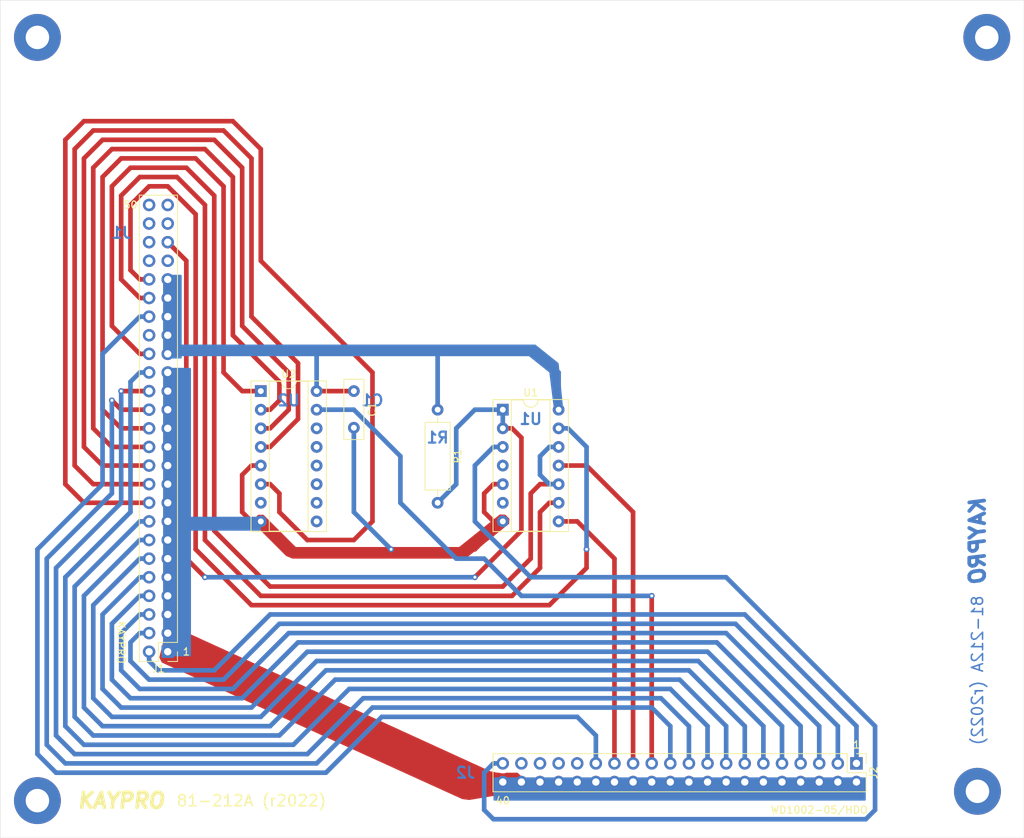
<source format=kicad_pcb>
(kicad_pcb (version 20171130) (host pcbnew 5.1.5+dfsg1-2build2)

  (general
    (thickness 1.6)
    (drawings 20)
    (tracks 326)
    (zones 0)
    (modules 10)
    (nets 49)
  )

  (page A4)
  (layers
    (0 F.Cu signal)
    (31 B.Cu signal)
    (32 B.Adhes user)
    (33 F.Adhes user)
    (34 B.Paste user)
    (35 F.Paste user)
    (36 B.SilkS user)
    (37 F.SilkS user)
    (38 B.Mask user)
    (39 F.Mask user)
    (40 Dwgs.User user)
    (41 Cmts.User user)
    (42 Eco1.User user)
    (43 Eco2.User user)
    (44 Edge.Cuts user)
    (45 Margin user)
    (46 B.CrtYd user)
    (47 F.CrtYd user)
    (48 B.Fab user)
    (49 F.Fab user)
  )

  (setup
    (last_trace_width 0.25)
    (trace_clearance 0.2)
    (zone_clearance 0.508)
    (zone_45_only no)
    (trace_min 0.2)
    (via_size 0.8)
    (via_drill 0.4)
    (via_min_size 0.4)
    (via_min_drill 0.3)
    (uvia_size 0.3)
    (uvia_drill 0.1)
    (uvias_allowed no)
    (uvia_min_size 0.2)
    (uvia_min_drill 0.1)
    (edge_width 0.05)
    (segment_width 0.2)
    (pcb_text_width 0.3)
    (pcb_text_size 1.5 1.5)
    (mod_edge_width 0.12)
    (mod_text_size 1 1)
    (mod_text_width 0.15)
    (pad_size 6.4 6.4)
    (pad_drill 3.200001)
    (pad_to_mask_clearance 0.051)
    (solder_mask_min_width 0.25)
    (aux_axis_origin 0 0)
    (grid_origin 64.77 152.4)
    (visible_elements FFFFF77F)
    (pcbplotparams
      (layerselection 0x010fc_ffffffff)
      (usegerberextensions false)
      (usegerberattributes false)
      (usegerberadvancedattributes false)
      (creategerberjobfile false)
      (excludeedgelayer true)
      (linewidth 0.100000)
      (plotframeref false)
      (viasonmask false)
      (mode 1)
      (useauxorigin false)
      (hpglpennumber 1)
      (hpglpenspeed 20)
      (hpglpendiameter 15.000000)
      (psnegative false)
      (psa4output false)
      (plotreference true)
      (plotvalue true)
      (plotinvisibletext false)
      (padsonsilk false)
      (subtractmaskfromsilk false)
      (outputformat 4)
      (mirror false)
      (drillshape 0)
      (scaleselection 1)
      (outputdirectory ""))
  )

  (net 0 "")
  (net 1 GND)
  (net 2 VCC)
  (net 3 "Net-(J1-Pad50)")
  (net 4 /4MHz)
  (net 5 "Net-(J1-Pad48)")
  (net 6 "Net-(J1-Pad47)")
  (net 7 /IEO)
  (net 8 /-HDRST)
  (net 9 /INT)
  (net 10 /-RESET)
  (net 11 /WR)
  (net 12 /RD)
  (net 13 /-WAIT)
  (net 14 /-M1)
  (net 15 /IORQ)
  (net 16 /BA0)
  (net 17 /BA1)
  (net 18 /BA2)
  (net 19 /BA3)
  (net 20 /BA4)
  (net 21 /BA5)
  (net 22 /BA6)
  (net 23 /BA7)
  (net 24 /BD7)
  (net 25 /BD6)
  (net 26 /BD5)
  (net 27 /BD4)
  (net 28 /BD3)
  (net 29 /BD2)
  (net 30 /BD1)
  (net 31 /BD0)
  (net 32 /-MR)
  (net 33 /DRQ)
  (net 34 /INTRQ)
  (net 35 "Net-(J2-Pad33)")
  (net 36 "Net-(J2-Pad31)")
  (net 37 /-RE)
  (net 38 /-WE)
  (net 39 /-CS)
  (net 40 "Net-(U1-Pad6)")
  (net 41 "Net-(U1-Pad4)")
  (net 42 "Net-(U2-Pad7)")
  (net 43 "Net-(U2-Pad14)")
  (net 44 "Net-(U2-Pad13)")
  (net 45 "Net-(U2-Pad12)")
  (net 46 "Net-(U2-Pad11)")
  (net 47 "Net-(U2-Pad10)")
  (net 48 "Net-(U2-Pad9)")

  (net_class Default "This is the default net class."
    (clearance 0.2)
    (trace_width 0.25)
    (via_dia 0.8)
    (via_drill 0.4)
    (uvia_dia 0.3)
    (uvia_drill 0.1)
    (add_net /-CS)
    (add_net /-HDRST)
    (add_net /-M1)
    (add_net /-MR)
    (add_net /-RE)
    (add_net /-RESET)
    (add_net /-WAIT)
    (add_net /-WE)
    (add_net /4MHz)
    (add_net /BA0)
    (add_net /BA1)
    (add_net /BA2)
    (add_net /BA3)
    (add_net /BA4)
    (add_net /BA5)
    (add_net /BA6)
    (add_net /BA7)
    (add_net /BD0)
    (add_net /BD1)
    (add_net /BD2)
    (add_net /BD3)
    (add_net /BD4)
    (add_net /BD5)
    (add_net /BD6)
    (add_net /BD7)
    (add_net /DRQ)
    (add_net /IEO)
    (add_net /INT)
    (add_net /INTRQ)
    (add_net /IORQ)
    (add_net /RD)
    (add_net /WR)
    (add_net GND)
    (add_net "Net-(J1-Pad47)")
    (add_net "Net-(J1-Pad48)")
    (add_net "Net-(J1-Pad50)")
    (add_net "Net-(J2-Pad31)")
    (add_net "Net-(J2-Pad33)")
    (add_net "Net-(U1-Pad4)")
    (add_net "Net-(U1-Pad6)")
    (add_net "Net-(U2-Pad10)")
    (add_net "Net-(U2-Pad11)")
    (add_net "Net-(U2-Pad12)")
    (add_net "Net-(U2-Pad13)")
    (add_net "Net-(U2-Pad14)")
    (add_net "Net-(U2-Pad7)")
    (add_net "Net-(U2-Pad9)")
    (add_net VCC)
  )

  (module MountingHole:MountingHole_3.2mm_M3_Pad (layer F.Cu) (tedit 6233D485) (tstamp 62341760)
    (at 198.12 146.05)
    (descr "Mounting Hole 3.2mm, M3")
    (tags "mounting hole 3.2mm m3")
    (attr virtual)
    (fp_text reference " " (at 0 -4.2) (layer F.SilkS)
      (effects (font (size 1 1) (thickness 0.15)))
    )
    (fp_text value " " (at 0 4.2) (layer F.Fab)
      (effects (font (size 1 1) (thickness 0.15)))
    )
    (fp_circle (center 0 0) (end 3.45 0) (layer F.CrtYd) (width 0.05))
    (fp_circle (center 0 0) (end 3.2 0) (layer Cmts.User) (width 0.15))
    (fp_text user %R (at 0.3 0) (layer F.Fab)
      (effects (font (size 1 1) (thickness 0.15)))
    )
    (pad " " thru_hole circle (at 0 0) (size 6.4 6.4) (drill 3.200001) (layers *.Cu *.Mask))
  )

  (module MountingHole:MountingHole_3.2mm_M3_Pad (layer F.Cu) (tedit 6233D448) (tstamp 6234174A)
    (at 69.85 147.32)
    (descr "Mounting Hole 3.2mm, M3")
    (tags "mounting hole 3.2mm m3")
    (attr virtual)
    (fp_text reference " " (at 0 -4.2) (layer F.SilkS)
      (effects (font (size 1 1) (thickness 0.15)))
    )
    (fp_text value " " (at 0 4.2) (layer F.Fab)
      (effects (font (size 1 1) (thickness 0.15)))
    )
    (fp_circle (center 0 0) (end 3.45 0) (layer F.CrtYd) (width 0.05))
    (fp_circle (center 0 0) (end 3.2 0) (layer Cmts.User) (width 0.15))
    (fp_text user %R (at 0.3 0) (layer F.Fab)
      (effects (font (size 1 1) (thickness 0.15)))
    )
    (pad " " thru_hole circle (at 0 0) (size 6.4 6.4) (drill 3.200001) (layers *.Cu *.Mask))
  )

  (module MountingHole:MountingHole_3.2mm_M3_Pad (layer F.Cu) (tedit 6233D4BF) (tstamp 62341734)
    (at 69.85 43.18)
    (descr "Mounting Hole 3.2mm, M3")
    (tags "mounting hole 3.2mm m3")
    (attr virtual)
    (fp_text reference " " (at 0 -4.2) (layer F.SilkS)
      (effects (font (size 1 1) (thickness 0.15)))
    )
    (fp_text value " " (at 0 4.2) (layer F.Fab)
      (effects (font (size 1 1) (thickness 0.15)))
    )
    (fp_circle (center 0 0) (end 3.45 0) (layer F.CrtYd) (width 0.05))
    (fp_circle (center 0 0) (end 3.2 0) (layer Cmts.User) (width 0.15))
    (fp_text user %R (at 0.3 0) (layer F.Fab)
      (effects (font (size 1 1) (thickness 0.15)))
    )
    (pad " " thru_hole circle (at 0 0) (size 6.4 6.4) (drill 3.200001) (layers *.Cu *.Mask))
  )

  (module MountingHole:MountingHole_3.2mm_M3_Pad (layer F.Cu) (tedit 6233D4A2) (tstamp 6234171E)
    (at 199.39 43.18)
    (descr "Mounting Hole 3.2mm, M3")
    (tags "mounting hole 3.2mm m3")
    (attr virtual)
    (fp_text reference " " (at 0 -4.2) (layer F.SilkS)
      (effects (font (size 1 1) (thickness 0.15)))
    )
    (fp_text value " " (at 0 4.2) (layer F.Fab)
      (effects (font (size 1 1) (thickness 0.15)))
    )
    (fp_circle (center 0 0) (end 3.45 0) (layer F.CrtYd) (width 0.05))
    (fp_circle (center 0 0) (end 3.2 0) (layer Cmts.User) (width 0.15))
    (fp_text user %R (at 0.3 0) (layer F.Fab)
      (effects (font (size 1 1) (thickness 0.15)))
    )
    (pad " " thru_hole circle (at 0 0) (size 6.4 6.4) (drill 3.200001) (layers *.Cu *.Mask))
  )

  (module Connector_PinHeader_2.54mm:PinHeader_2x20_P2.54mm_Vertical (layer F.Cu) (tedit 59FED5CC) (tstamp 62340E7A)
    (at 181.61 142.24 270)
    (descr "Through hole straight pin header, 2x20, 2.54mm pitch, double rows")
    (tags "Through hole pin header THT 2x20 2.54mm double row")
    (path /6232D110)
    (fp_text reference J2 (at 1.27 -2.33 90) (layer F.SilkS)
      (effects (font (size 1 1) (thickness 0.15)))
    )
    (fp_text value WD1002 (at 1.27 50.59 90) (layer F.Fab)
      (effects (font (size 1 1) (thickness 0.15)))
    )
    (fp_text user %R (at 1.27 24.13) (layer F.Fab)
      (effects (font (size 1 1) (thickness 0.15)))
    )
    (fp_line (start 4.35 -1.8) (end -1.8 -1.8) (layer F.CrtYd) (width 0.05))
    (fp_line (start 4.35 50.05) (end 4.35 -1.8) (layer F.CrtYd) (width 0.05))
    (fp_line (start -1.8 50.05) (end 4.35 50.05) (layer F.CrtYd) (width 0.05))
    (fp_line (start -1.8 -1.8) (end -1.8 50.05) (layer F.CrtYd) (width 0.05))
    (fp_line (start -1.33 -1.33) (end 0 -1.33) (layer F.SilkS) (width 0.12))
    (fp_line (start -1.33 0) (end -1.33 -1.33) (layer F.SilkS) (width 0.12))
    (fp_line (start 1.27 -1.33) (end 3.87 -1.33) (layer F.SilkS) (width 0.12))
    (fp_line (start 1.27 1.27) (end 1.27 -1.33) (layer F.SilkS) (width 0.12))
    (fp_line (start -1.33 1.27) (end 1.27 1.27) (layer F.SilkS) (width 0.12))
    (fp_line (start 3.87 -1.33) (end 3.87 49.59) (layer F.SilkS) (width 0.12))
    (fp_line (start -1.33 1.27) (end -1.33 49.59) (layer F.SilkS) (width 0.12))
    (fp_line (start -1.33 49.59) (end 3.87 49.59) (layer F.SilkS) (width 0.12))
    (fp_line (start -1.27 0) (end 0 -1.27) (layer F.Fab) (width 0.1))
    (fp_line (start -1.27 49.53) (end -1.27 0) (layer F.Fab) (width 0.1))
    (fp_line (start 3.81 49.53) (end -1.27 49.53) (layer F.Fab) (width 0.1))
    (fp_line (start 3.81 -1.27) (end 3.81 49.53) (layer F.Fab) (width 0.1))
    (fp_line (start 0 -1.27) (end 3.81 -1.27) (layer F.Fab) (width 0.1))
    (pad 40 thru_hole oval (at 2.54 48.26 270) (size 1.7 1.7) (drill 1) (layers *.Cu *.Mask)
      (net 1 GND))
    (pad 39 thru_hole oval (at 0 48.26 270) (size 1.7 1.7) (drill 1) (layers *.Cu *.Mask)
      (net 32 /-MR))
    (pad 38 thru_hole oval (at 2.54 45.72 270) (size 1.7 1.7) (drill 1) (layers *.Cu *.Mask)
      (net 1 GND))
    (pad 37 thru_hole oval (at 0 45.72 270) (size 1.7 1.7) (drill 1) (layers *.Cu *.Mask)
      (net 33 /DRQ))
    (pad 36 thru_hole oval (at 2.54 43.18 270) (size 1.7 1.7) (drill 1) (layers *.Cu *.Mask)
      (net 1 GND))
    (pad 35 thru_hole oval (at 0 43.18 270) (size 1.7 1.7) (drill 1) (layers *.Cu *.Mask)
      (net 34 /INTRQ))
    (pad 34 thru_hole oval (at 2.54 40.64 270) (size 1.7 1.7) (drill 1) (layers *.Cu *.Mask)
      (net 1 GND))
    (pad 33 thru_hole oval (at 0 40.64 270) (size 1.7 1.7) (drill 1) (layers *.Cu *.Mask)
      (net 35 "Net-(J2-Pad33)"))
    (pad 32 thru_hole oval (at 2.54 38.1 270) (size 1.7 1.7) (drill 1) (layers *.Cu *.Mask)
      (net 1 GND))
    (pad 31 thru_hole oval (at 0 38.1 270) (size 1.7 1.7) (drill 1) (layers *.Cu *.Mask)
      (net 36 "Net-(J2-Pad31)"))
    (pad 30 thru_hole oval (at 2.54 35.56 270) (size 1.7 1.7) (drill 1) (layers *.Cu *.Mask)
      (net 1 GND))
    (pad 29 thru_hole oval (at 0 35.56 270) (size 1.7 1.7) (drill 1) (layers *.Cu *.Mask)
      (net 13 /-WAIT))
    (pad 28 thru_hole oval (at 2.54 33.02 270) (size 1.7 1.7) (drill 1) (layers *.Cu *.Mask)
      (net 1 GND))
    (pad 27 thru_hole oval (at 0 33.02 270) (size 1.7 1.7) (drill 1) (layers *.Cu *.Mask)
      (net 37 /-RE))
    (pad 26 thru_hole oval (at 2.54 30.48 270) (size 1.7 1.7) (drill 1) (layers *.Cu *.Mask)
      (net 1 GND))
    (pad 25 thru_hole oval (at 0 30.48 270) (size 1.7 1.7) (drill 1) (layers *.Cu *.Mask)
      (net 38 /-WE))
    (pad 24 thru_hole oval (at 2.54 27.94 270) (size 1.7 1.7) (drill 1) (layers *.Cu *.Mask)
      (net 1 GND))
    (pad 23 thru_hole oval (at 0 27.94 270) (size 1.7 1.7) (drill 1) (layers *.Cu *.Mask)
      (net 39 /-CS))
    (pad 22 thru_hole oval (at 2.54 25.4 270) (size 1.7 1.7) (drill 1) (layers *.Cu *.Mask)
      (net 1 GND))
    (pad 21 thru_hole oval (at 0 25.4 270) (size 1.7 1.7) (drill 1) (layers *.Cu *.Mask)
      (net 18 /BA2))
    (pad 20 thru_hole oval (at 2.54 22.86 270) (size 1.7 1.7) (drill 1) (layers *.Cu *.Mask)
      (net 1 GND))
    (pad 19 thru_hole oval (at 0 22.86 270) (size 1.7 1.7) (drill 1) (layers *.Cu *.Mask)
      (net 17 /BA1))
    (pad 18 thru_hole oval (at 2.54 20.32 270) (size 1.7 1.7) (drill 1) (layers *.Cu *.Mask)
      (net 1 GND))
    (pad 17 thru_hole oval (at 0 20.32 270) (size 1.7 1.7) (drill 1) (layers *.Cu *.Mask)
      (net 16 /BA0))
    (pad 16 thru_hole oval (at 2.54 17.78 270) (size 1.7 1.7) (drill 1) (layers *.Cu *.Mask)
      (net 1 GND))
    (pad 15 thru_hole oval (at 0 17.78 270) (size 1.7 1.7) (drill 1) (layers *.Cu *.Mask)
      (net 24 /BD7))
    (pad 14 thru_hole oval (at 2.54 15.24 270) (size 1.7 1.7) (drill 1) (layers *.Cu *.Mask)
      (net 1 GND))
    (pad 13 thru_hole oval (at 0 15.24 270) (size 1.7 1.7) (drill 1) (layers *.Cu *.Mask)
      (net 25 /BD6))
    (pad 12 thru_hole oval (at 2.54 12.7 270) (size 1.7 1.7) (drill 1) (layers *.Cu *.Mask)
      (net 1 GND))
    (pad 11 thru_hole oval (at 0 12.7 270) (size 1.7 1.7) (drill 1) (layers *.Cu *.Mask)
      (net 26 /BD5))
    (pad 10 thru_hole oval (at 2.54 10.16 270) (size 1.7 1.7) (drill 1) (layers *.Cu *.Mask)
      (net 1 GND))
    (pad 9 thru_hole oval (at 0 10.16 270) (size 1.7 1.7) (drill 1) (layers *.Cu *.Mask)
      (net 27 /BD4))
    (pad 8 thru_hole oval (at 2.54 7.62 270) (size 1.7 1.7) (drill 1) (layers *.Cu *.Mask)
      (net 1 GND))
    (pad 7 thru_hole oval (at 0 7.62 270) (size 1.7 1.7) (drill 1) (layers *.Cu *.Mask)
      (net 28 /BD3))
    (pad 6 thru_hole oval (at 2.54 5.08 270) (size 1.7 1.7) (drill 1) (layers *.Cu *.Mask)
      (net 1 GND))
    (pad 5 thru_hole oval (at 0 5.08 270) (size 1.7 1.7) (drill 1) (layers *.Cu *.Mask)
      (net 29 /BD2))
    (pad 4 thru_hole oval (at 2.54 2.54 270) (size 1.7 1.7) (drill 1) (layers *.Cu *.Mask)
      (net 1 GND))
    (pad 3 thru_hole oval (at 0 2.54 270) (size 1.7 1.7) (drill 1) (layers *.Cu *.Mask)
      (net 30 /BD1))
    (pad 2 thru_hole oval (at 2.54 0 270) (size 1.7 1.7) (drill 1) (layers *.Cu *.Mask)
      (net 1 GND))
    (pad 1 thru_hole rect (at 0 0 270) (size 1.7 1.7) (drill 1) (layers *.Cu *.Mask)
      (net 31 /BD0))
    (model ${KISYS3DMOD}/Connector_PinHeader_2.54mm.3dshapes/PinHeader_2x20_P2.54mm_Vertical.wrl
      (at (xyz 0 0 0))
      (scale (xyz 1 1 1))
      (rotate (xyz 0 0 0))
    )
  )

  (module Resistor_THT:R_Axial_DIN0309_L9.0mm_D3.2mm_P12.70mm_Horizontal (layer F.Cu) (tedit 5AE5139B) (tstamp 62341554)
    (at 124.46 93.98 270)
    (descr "Resistor, Axial_DIN0309 series, Axial, Horizontal, pin pitch=12.7mm, 0.5W = 1/2W, length*diameter=9*3.2mm^2, http://cdn-reichelt.de/documents/datenblatt/B400/1_4W%23YAG.pdf")
    (tags "Resistor Axial_DIN0309 series Axial Horizontal pin pitch 12.7mm 0.5W = 1/2W length 9mm diameter 3.2mm")
    (path /62368BA9)
    (fp_text reference R1 (at 6.35 -2.72 90) (layer F.SilkS)
      (effects (font (size 1 1) (thickness 0.15)))
    )
    (fp_text value 1K (at 6.35 2.72 90) (layer F.Fab)
      (effects (font (size 1 1) (thickness 0.15)))
    )
    (fp_text user %R (at 6.35 0 90) (layer F.Fab)
      (effects (font (size 1 1) (thickness 0.15)))
    )
    (fp_line (start 13.75 -1.85) (end -1.05 -1.85) (layer F.CrtYd) (width 0.05))
    (fp_line (start 13.75 1.85) (end 13.75 -1.85) (layer F.CrtYd) (width 0.05))
    (fp_line (start -1.05 1.85) (end 13.75 1.85) (layer F.CrtYd) (width 0.05))
    (fp_line (start -1.05 -1.85) (end -1.05 1.85) (layer F.CrtYd) (width 0.05))
    (fp_line (start 11.66 0) (end 10.97 0) (layer F.SilkS) (width 0.12))
    (fp_line (start 1.04 0) (end 1.73 0) (layer F.SilkS) (width 0.12))
    (fp_line (start 10.97 -1.72) (end 1.73 -1.72) (layer F.SilkS) (width 0.12))
    (fp_line (start 10.97 1.72) (end 10.97 -1.72) (layer F.SilkS) (width 0.12))
    (fp_line (start 1.73 1.72) (end 10.97 1.72) (layer F.SilkS) (width 0.12))
    (fp_line (start 1.73 -1.72) (end 1.73 1.72) (layer F.SilkS) (width 0.12))
    (fp_line (start 12.7 0) (end 10.85 0) (layer F.Fab) (width 0.1))
    (fp_line (start 0 0) (end 1.85 0) (layer F.Fab) (width 0.1))
    (fp_line (start 10.85 -1.6) (end 1.85 -1.6) (layer F.Fab) (width 0.1))
    (fp_line (start 10.85 1.6) (end 10.85 -1.6) (layer F.Fab) (width 0.1))
    (fp_line (start 1.85 1.6) (end 10.85 1.6) (layer F.Fab) (width 0.1))
    (fp_line (start 1.85 -1.6) (end 1.85 1.6) (layer F.Fab) (width 0.1))
    (pad 2 thru_hole oval (at 12.7 0 270) (size 1.6 1.6) (drill 0.8) (layers *.Cu *.Mask)
      (net 8 /-HDRST))
    (pad 1 thru_hole circle (at 0 0 270) (size 1.6 1.6) (drill 0.8) (layers *.Cu *.Mask)
      (net 2 VCC))
    (model ${KISYS3DMOD}/Resistor_THT.3dshapes/R_Axial_DIN0309_L9.0mm_D3.2mm_P12.70mm_Horizontal.wrl
      (at (xyz 0 0 0))
      (scale (xyz 1 1 1))
      (rotate (xyz 0 0 0))
    )
  )

  (module Capacitor_THT:C_Disc_D8.0mm_W2.5mm_P5.00mm (layer F.Cu) (tedit 5AE50EF0) (tstamp 6234142E)
    (at 113.03 91.44 270)
    (descr "C, Disc series, Radial, pin pitch=5.00mm, , diameter*width=8*2.5mm^2, Capacitor, http://cdn-reichelt.de/documents/datenblatt/B300/DS_KERKO_TC.pdf")
    (tags "C Disc series Radial pin pitch 5.00mm  diameter 8mm width 2.5mm Capacitor")
    (path /623629FC)
    (fp_text reference C1 (at 2.5 -2.5 270) (layer F.SilkS)
      (effects (font (size 1 1) (thickness 0.15)))
    )
    (fp_text value 0.1 (at 2.5 2.5 90) (layer F.Fab)
      (effects (font (size 1 1) (thickness 0.15)))
    )
    (fp_text user %R (at 2.5 0 90) (layer F.Fab)
      (effects (font (size 1 1) (thickness 0.15)))
    )
    (fp_line (start 6.75 -1.5) (end -1.75 -1.5) (layer F.CrtYd) (width 0.05))
    (fp_line (start 6.75 1.5) (end 6.75 -1.5) (layer F.CrtYd) (width 0.05))
    (fp_line (start -1.75 1.5) (end 6.75 1.5) (layer F.CrtYd) (width 0.05))
    (fp_line (start -1.75 -1.5) (end -1.75 1.5) (layer F.CrtYd) (width 0.05))
    (fp_line (start 6.62 -1.37) (end 6.62 1.37) (layer F.SilkS) (width 0.12))
    (fp_line (start -1.62 -1.37) (end -1.62 1.37) (layer F.SilkS) (width 0.12))
    (fp_line (start -1.62 1.37) (end 6.62 1.37) (layer F.SilkS) (width 0.12))
    (fp_line (start -1.62 -1.37) (end 6.62 -1.37) (layer F.SilkS) (width 0.12))
    (fp_line (start 6.5 -1.25) (end -1.5 -1.25) (layer F.Fab) (width 0.1))
    (fp_line (start 6.5 1.25) (end 6.5 -1.25) (layer F.Fab) (width 0.1))
    (fp_line (start -1.5 1.25) (end 6.5 1.25) (layer F.Fab) (width 0.1))
    (fp_line (start -1.5 -1.25) (end -1.5 1.25) (layer F.Fab) (width 0.1))
    (pad 2 thru_hole circle (at 5 0 270) (size 1.6 1.6) (drill 0.8) (layers *.Cu *.Mask)
      (net 1 GND))
    (pad 1 thru_hole circle (at 0 0 270) (size 1.6 1.6) (drill 0.8) (layers *.Cu *.Mask)
      (net 2 VCC))
    (model ${KISYS3DMOD}/Capacitor_THT.3dshapes/C_Disc_D8.0mm_W2.5mm_P5.00mm.wrl
      (at (xyz 0 0 0))
      (scale (xyz 1 1 1))
      (rotate (xyz 0 0 0))
    )
  )

  (module Package_DIP:DIP-14_W7.62mm_Socket (layer F.Cu) (tedit 5A02E8C5) (tstamp 62341143)
    (at 133.35 93.98)
    (descr "14-lead though-hole mounted DIP package, row spacing 7.62 mm (300 mils), Socket")
    (tags "THT DIP DIL PDIP 2.54mm 7.62mm 300mil Socket")
    (path /623300EC)
    (fp_text reference U1 (at 3.81 -2.33) (layer F.SilkS)
      (effects (font (size 1 1) (thickness 0.15)))
    )
    (fp_text value 74LS00 (at 3.81 17.57) (layer F.Fab)
      (effects (font (size 1 1) (thickness 0.15)))
    )
    (fp_text user %R (at 3.81 7.62) (layer F.Fab)
      (effects (font (size 1 1) (thickness 0.15)))
    )
    (fp_line (start 9.15 -1.6) (end -1.55 -1.6) (layer F.CrtYd) (width 0.05))
    (fp_line (start 9.15 16.85) (end 9.15 -1.6) (layer F.CrtYd) (width 0.05))
    (fp_line (start -1.55 16.85) (end 9.15 16.85) (layer F.CrtYd) (width 0.05))
    (fp_line (start -1.55 -1.6) (end -1.55 16.85) (layer F.CrtYd) (width 0.05))
    (fp_line (start 8.95 -1.39) (end -1.33 -1.39) (layer F.SilkS) (width 0.12))
    (fp_line (start 8.95 16.63) (end 8.95 -1.39) (layer F.SilkS) (width 0.12))
    (fp_line (start -1.33 16.63) (end 8.95 16.63) (layer F.SilkS) (width 0.12))
    (fp_line (start -1.33 -1.39) (end -1.33 16.63) (layer F.SilkS) (width 0.12))
    (fp_line (start 6.46 -1.33) (end 4.81 -1.33) (layer F.SilkS) (width 0.12))
    (fp_line (start 6.46 16.57) (end 6.46 -1.33) (layer F.SilkS) (width 0.12))
    (fp_line (start 1.16 16.57) (end 6.46 16.57) (layer F.SilkS) (width 0.12))
    (fp_line (start 1.16 -1.33) (end 1.16 16.57) (layer F.SilkS) (width 0.12))
    (fp_line (start 2.81 -1.33) (end 1.16 -1.33) (layer F.SilkS) (width 0.12))
    (fp_line (start 8.89 -1.33) (end -1.27 -1.33) (layer F.Fab) (width 0.1))
    (fp_line (start 8.89 16.57) (end 8.89 -1.33) (layer F.Fab) (width 0.1))
    (fp_line (start -1.27 16.57) (end 8.89 16.57) (layer F.Fab) (width 0.1))
    (fp_line (start -1.27 -1.33) (end -1.27 16.57) (layer F.Fab) (width 0.1))
    (fp_line (start 0.635 -0.27) (end 1.635 -1.27) (layer F.Fab) (width 0.1))
    (fp_line (start 0.635 16.51) (end 0.635 -0.27) (layer F.Fab) (width 0.1))
    (fp_line (start 6.985 16.51) (end 0.635 16.51) (layer F.Fab) (width 0.1))
    (fp_line (start 6.985 -1.27) (end 6.985 16.51) (layer F.Fab) (width 0.1))
    (fp_line (start 1.635 -1.27) (end 6.985 -1.27) (layer F.Fab) (width 0.1))
    (fp_arc (start 3.81 -1.33) (end 2.81 -1.33) (angle -180) (layer F.SilkS) (width 0.12))
    (pad 14 thru_hole oval (at 7.62 0) (size 1.6 1.6) (drill 0.8) (layers *.Cu *.Mask)
      (net 2 VCC))
    (pad 7 thru_hole oval (at 0 15.24) (size 1.6 1.6) (drill 0.8) (layers *.Cu *.Mask)
      (net 1 GND))
    (pad 13 thru_hole oval (at 7.62 2.54) (size 1.6 1.6) (drill 0.8) (layers *.Cu *.Mask)
      (net 11 /WR))
    (pad 6 thru_hole oval (at 0 12.7) (size 1.6 1.6) (drill 0.8) (layers *.Cu *.Mask)
      (net 40 "Net-(U1-Pad6)"))
    (pad 12 thru_hole oval (at 7.62 5.08) (size 1.6 1.6) (drill 0.8) (layers *.Cu *.Mask)
      (net 15 /IORQ))
    (pad 5 thru_hole oval (at 0 10.16) (size 1.6 1.6) (drill 0.8) (layers *.Cu *.Mask)
      (net 1 GND))
    (pad 11 thru_hole oval (at 7.62 7.62) (size 1.6 1.6) (drill 0.8) (layers *.Cu *.Mask)
      (net 38 /-WE))
    (pad 4 thru_hole oval (at 0 7.62) (size 1.6 1.6) (drill 0.8) (layers *.Cu *.Mask)
      (net 41 "Net-(U1-Pad4)"))
    (pad 10 thru_hole oval (at 7.62 10.16) (size 1.6 1.6) (drill 0.8) (layers *.Cu *.Mask)
      (net 15 /IORQ))
    (pad 3 thru_hole oval (at 0 5.08) (size 1.6 1.6) (drill 0.8) (layers *.Cu *.Mask)
      (net 32 /-MR))
    (pad 9 thru_hole oval (at 7.62 12.7) (size 1.6 1.6) (drill 0.8) (layers *.Cu *.Mask)
      (net 12 /RD))
    (pad 2 thru_hole oval (at 0 2.54) (size 1.6 1.6) (drill 0.8) (layers *.Cu *.Mask)
      (net 8 /-HDRST))
    (pad 8 thru_hole oval (at 7.62 15.24) (size 1.6 1.6) (drill 0.8) (layers *.Cu *.Mask)
      (net 37 /-RE))
    (pad 1 thru_hole rect (at 0 0) (size 1.6 1.6) (drill 0.8) (layers *.Cu *.Mask)
      (net 8 /-HDRST))
    (model ${KISYS3DMOD}/Package_DIP.3dshapes/DIP-14_W7.62mm_Socket.wrl
      (at (xyz 0 0 0))
      (scale (xyz 1 1 1))
      (rotate (xyz 0 0 0))
    )
  )

  (module Package_DIP:DIP-16_W7.62mm_Socket (layer F.Cu) (tedit 5A02E8C5) (tstamp 6234109B)
    (at 100.33 91.44)
    (descr "16-lead though-hole mounted DIP package, row spacing 7.62 mm (300 mils), Socket")
    (tags "THT DIP DIL PDIP 2.54mm 7.62mm 300mil Socket")
    (path /6232F6BD)
    (fp_text reference U2 (at 3.81 -2.33) (layer F.SilkS)
      (effects (font (size 1 1) (thickness 0.15)))
    )
    (fp_text value 74LS138 (at 3.81 20.11) (layer F.Fab)
      (effects (font (size 1 1) (thickness 0.15)))
    )
    (fp_text user %R (at 3.81 8.89) (layer F.Fab)
      (effects (font (size 1 1) (thickness 0.15)))
    )
    (fp_line (start 9.15 -1.6) (end -1.55 -1.6) (layer F.CrtYd) (width 0.05))
    (fp_line (start 9.15 19.4) (end 9.15 -1.6) (layer F.CrtYd) (width 0.05))
    (fp_line (start -1.55 19.4) (end 9.15 19.4) (layer F.CrtYd) (width 0.05))
    (fp_line (start -1.55 -1.6) (end -1.55 19.4) (layer F.CrtYd) (width 0.05))
    (fp_line (start 8.95 -1.39) (end -1.33 -1.39) (layer F.SilkS) (width 0.12))
    (fp_line (start 8.95 19.17) (end 8.95 -1.39) (layer F.SilkS) (width 0.12))
    (fp_line (start -1.33 19.17) (end 8.95 19.17) (layer F.SilkS) (width 0.12))
    (fp_line (start -1.33 -1.39) (end -1.33 19.17) (layer F.SilkS) (width 0.12))
    (fp_line (start 6.46 -1.33) (end 4.81 -1.33) (layer F.SilkS) (width 0.12))
    (fp_line (start 6.46 19.11) (end 6.46 -1.33) (layer F.SilkS) (width 0.12))
    (fp_line (start 1.16 19.11) (end 6.46 19.11) (layer F.SilkS) (width 0.12))
    (fp_line (start 1.16 -1.33) (end 1.16 19.11) (layer F.SilkS) (width 0.12))
    (fp_line (start 2.81 -1.33) (end 1.16 -1.33) (layer F.SilkS) (width 0.12))
    (fp_line (start 8.89 -1.33) (end -1.27 -1.33) (layer F.Fab) (width 0.1))
    (fp_line (start 8.89 19.11) (end 8.89 -1.33) (layer F.Fab) (width 0.1))
    (fp_line (start -1.27 19.11) (end 8.89 19.11) (layer F.Fab) (width 0.1))
    (fp_line (start -1.27 -1.33) (end -1.27 19.11) (layer F.Fab) (width 0.1))
    (fp_line (start 0.635 -0.27) (end 1.635 -1.27) (layer F.Fab) (width 0.1))
    (fp_line (start 0.635 19.05) (end 0.635 -0.27) (layer F.Fab) (width 0.1))
    (fp_line (start 6.985 19.05) (end 0.635 19.05) (layer F.Fab) (width 0.1))
    (fp_line (start 6.985 -1.27) (end 6.985 19.05) (layer F.Fab) (width 0.1))
    (fp_line (start 1.635 -1.27) (end 6.985 -1.27) (layer F.Fab) (width 0.1))
    (fp_arc (start 3.81 -1.33) (end 2.81 -1.33) (angle -180) (layer F.SilkS) (width 0.12))
    (pad 16 thru_hole oval (at 7.62 0) (size 1.6 1.6) (drill 0.8) (layers *.Cu *.Mask)
      (net 2 VCC))
    (pad 8 thru_hole oval (at 0 17.78) (size 1.6 1.6) (drill 0.8) (layers *.Cu *.Mask)
      (net 1 GND))
    (pad 15 thru_hole oval (at 7.62 2.54) (size 1.6 1.6) (drill 0.8) (layers *.Cu *.Mask)
      (net 39 /-CS))
    (pad 7 thru_hole oval (at 0 15.24) (size 1.6 1.6) (drill 0.8) (layers *.Cu *.Mask)
      (net 42 "Net-(U2-Pad7)"))
    (pad 14 thru_hole oval (at 7.62 5.08) (size 1.6 1.6) (drill 0.8) (layers *.Cu *.Mask)
      (net 43 "Net-(U2-Pad14)"))
    (pad 6 thru_hole oval (at 0 12.7) (size 1.6 1.6) (drill 0.8) (layers *.Cu *.Mask)
      (net 23 /BA7))
    (pad 13 thru_hole oval (at 7.62 7.62) (size 1.6 1.6) (drill 0.8) (layers *.Cu *.Mask)
      (net 44 "Net-(U2-Pad13)"))
    (pad 5 thru_hole oval (at 0 10.16) (size 1.6 1.6) (drill 0.8) (layers *.Cu *.Mask)
      (net 1 GND))
    (pad 12 thru_hole oval (at 7.62 10.16) (size 1.6 1.6) (drill 0.8) (layers *.Cu *.Mask)
      (net 45 "Net-(U2-Pad12)"))
    (pad 4 thru_hole oval (at 0 7.62) (size 1.6 1.6) (drill 0.8) (layers *.Cu *.Mask)
      (net 22 /BA6))
    (pad 11 thru_hole oval (at 7.62 12.7) (size 1.6 1.6) (drill 0.8) (layers *.Cu *.Mask)
      (net 46 "Net-(U2-Pad11)"))
    (pad 3 thru_hole oval (at 0 5.08) (size 1.6 1.6) (drill 0.8) (layers *.Cu *.Mask)
      (net 21 /BA5))
    (pad 10 thru_hole oval (at 7.62 15.24) (size 1.6 1.6) (drill 0.8) (layers *.Cu *.Mask)
      (net 47 "Net-(U2-Pad10)"))
    (pad 2 thru_hole oval (at 0 2.54) (size 1.6 1.6) (drill 0.8) (layers *.Cu *.Mask)
      (net 20 /BA4))
    (pad 9 thru_hole oval (at 7.62 17.78) (size 1.6 1.6) (drill 0.8) (layers *.Cu *.Mask)
      (net 48 "Net-(U2-Pad9)"))
    (pad 1 thru_hole rect (at 0 0) (size 1.6 1.6) (drill 0.8) (layers *.Cu *.Mask)
      (net 19 /BA3))
    (model ${KISYS3DMOD}/Package_DIP.3dshapes/DIP-16_W7.62mm_Socket.wrl
      (at (xyz 0 0 0))
      (scale (xyz 1 1 1))
      (rotate (xyz 0 0 0))
    )
  )

  (module Connector_PinHeader_2.54mm:PinHeader_2x25_P2.54mm_Vertical (layer F.Cu) (tedit 59FED5CC) (tstamp 623405C4)
    (at 87.63 127 180)
    (descr "Through hole straight pin header, 2x25, 2.54mm pitch, double rows")
    (tags "Through hole pin header THT 2x25 2.54mm double row")
    (path /62326275)
    (fp_text reference J1 (at 1.27 -2.33) (layer F.SilkS)
      (effects (font (size 1 1) (thickness 0.15)))
    )
    (fp_text value Kaypro (at 1.27 63.29) (layer F.Fab)
      (effects (font (size 1 1) (thickness 0.15)))
    )
    (fp_text user %R (at 1.27 30.48 90) (layer F.Fab)
      (effects (font (size 1 1) (thickness 0.15)))
    )
    (fp_line (start 4.35 -1.8) (end -1.8 -1.8) (layer F.CrtYd) (width 0.05))
    (fp_line (start 4.35 62.75) (end 4.35 -1.8) (layer F.CrtYd) (width 0.05))
    (fp_line (start -1.8 62.75) (end 4.35 62.75) (layer F.CrtYd) (width 0.05))
    (fp_line (start -1.8 -1.8) (end -1.8 62.75) (layer F.CrtYd) (width 0.05))
    (fp_line (start -1.33 -1.33) (end 0 -1.33) (layer F.SilkS) (width 0.12))
    (fp_line (start -1.33 0) (end -1.33 -1.33) (layer F.SilkS) (width 0.12))
    (fp_line (start 1.27 -1.33) (end 3.87 -1.33) (layer F.SilkS) (width 0.12))
    (fp_line (start 1.27 1.27) (end 1.27 -1.33) (layer F.SilkS) (width 0.12))
    (fp_line (start -1.33 1.27) (end 1.27 1.27) (layer F.SilkS) (width 0.12))
    (fp_line (start 3.87 -1.33) (end 3.87 62.29) (layer F.SilkS) (width 0.12))
    (fp_line (start -1.33 1.27) (end -1.33 62.29) (layer F.SilkS) (width 0.12))
    (fp_line (start -1.33 62.29) (end 3.87 62.29) (layer F.SilkS) (width 0.12))
    (fp_line (start -1.27 0) (end 0 -1.27) (layer F.Fab) (width 0.1))
    (fp_line (start -1.27 62.23) (end -1.27 0) (layer F.Fab) (width 0.1))
    (fp_line (start 3.81 62.23) (end -1.27 62.23) (layer F.Fab) (width 0.1))
    (fp_line (start 3.81 -1.27) (end 3.81 62.23) (layer F.Fab) (width 0.1))
    (fp_line (start 0 -1.27) (end 3.81 -1.27) (layer F.Fab) (width 0.1))
    (pad 50 thru_hole oval (at 2.54 60.96 180) (size 1.7 1.7) (drill 1) (layers *.Cu *.Mask)
      (net 3 "Net-(J1-Pad50)"))
    (pad 49 thru_hole oval (at 0 60.96 180) (size 1.7 1.7) (drill 1) (layers *.Cu *.Mask)
      (net 4 /4MHz))
    (pad 48 thru_hole oval (at 2.54 58.42 180) (size 1.7 1.7) (drill 1) (layers *.Cu *.Mask)
      (net 5 "Net-(J1-Pad48)"))
    (pad 47 thru_hole oval (at 0 58.42 180) (size 1.7 1.7) (drill 1) (layers *.Cu *.Mask)
      (net 6 "Net-(J1-Pad47)"))
    (pad 46 thru_hole oval (at 2.54 55.88 180) (size 1.7 1.7) (drill 1) (layers *.Cu *.Mask)
      (net 7 /IEO))
    (pad 45 thru_hole oval (at 0 55.88 180) (size 1.7 1.7) (drill 1) (layers *.Cu *.Mask)
      (net 8 /-HDRST))
    (pad 44 thru_hole oval (at 2.54 53.34 180) (size 1.7 1.7) (drill 1) (layers *.Cu *.Mask)
      (net 9 /INT))
    (pad 43 thru_hole oval (at 0 53.34 180) (size 1.7 1.7) (drill 1) (layers *.Cu *.Mask)
      (net 10 /-RESET))
    (pad 42 thru_hole oval (at 2.54 50.8 180) (size 1.7 1.7) (drill 1) (layers *.Cu *.Mask)
      (net 11 /WR))
    (pad 41 thru_hole oval (at 0 50.8 180) (size 1.7 1.7) (drill 1) (layers *.Cu *.Mask)
      (net 2 VCC))
    (pad 40 thru_hole oval (at 2.54 48.26 180) (size 1.7 1.7) (drill 1) (layers *.Cu *.Mask)
      (net 12 /RD))
    (pad 39 thru_hole oval (at 0 48.26 180) (size 1.7 1.7) (drill 1) (layers *.Cu *.Mask)
      (net 2 VCC))
    (pad 38 thru_hole oval (at 2.54 45.72 180) (size 1.7 1.7) (drill 1) (layers *.Cu *.Mask)
      (net 13 /-WAIT))
    (pad 37 thru_hole oval (at 0 45.72 180) (size 1.7 1.7) (drill 1) (layers *.Cu *.Mask)
      (net 2 VCC))
    (pad 36 thru_hole oval (at 2.54 43.18 180) (size 1.7 1.7) (drill 1) (layers *.Cu *.Mask)
      (net 14 /-M1))
    (pad 35 thru_hole oval (at 0 43.18 180) (size 1.7 1.7) (drill 1) (layers *.Cu *.Mask)
      (net 2 VCC))
    (pad 34 thru_hole oval (at 2.54 40.64 180) (size 1.7 1.7) (drill 1) (layers *.Cu *.Mask)
      (net 15 /IORQ))
    (pad 33 thru_hole oval (at 0 40.64 180) (size 1.7 1.7) (drill 1) (layers *.Cu *.Mask)
      (net 2 VCC))
    (pad 32 thru_hole oval (at 2.54 38.1 180) (size 1.7 1.7) (drill 1) (layers *.Cu *.Mask)
      (net 16 /BA0))
    (pad 31 thru_hole oval (at 0 38.1 180) (size 1.7 1.7) (drill 1) (layers *.Cu *.Mask)
      (net 1 GND))
    (pad 30 thru_hole oval (at 2.54 35.56 180) (size 1.7 1.7) (drill 1) (layers *.Cu *.Mask)
      (net 17 /BA1))
    (pad 29 thru_hole oval (at 0 35.56 180) (size 1.7 1.7) (drill 1) (layers *.Cu *.Mask)
      (net 1 GND))
    (pad 28 thru_hole oval (at 2.54 33.02 180) (size 1.7 1.7) (drill 1) (layers *.Cu *.Mask)
      (net 18 /BA2))
    (pad 27 thru_hole oval (at 0 33.02 180) (size 1.7 1.7) (drill 1) (layers *.Cu *.Mask)
      (net 1 GND))
    (pad 26 thru_hole oval (at 2.54 30.48 180) (size 1.7 1.7) (drill 1) (layers *.Cu *.Mask)
      (net 19 /BA3))
    (pad 25 thru_hole oval (at 0 30.48 180) (size 1.7 1.7) (drill 1) (layers *.Cu *.Mask)
      (net 1 GND))
    (pad 24 thru_hole oval (at 2.54 27.94 180) (size 1.7 1.7) (drill 1) (layers *.Cu *.Mask)
      (net 20 /BA4))
    (pad 23 thru_hole oval (at 0 27.94 180) (size 1.7 1.7) (drill 1) (layers *.Cu *.Mask)
      (net 1 GND))
    (pad 22 thru_hole oval (at 2.54 25.4 180) (size 1.7 1.7) (drill 1) (layers *.Cu *.Mask)
      (net 21 /BA5))
    (pad 21 thru_hole oval (at 0 25.4 180) (size 1.7 1.7) (drill 1) (layers *.Cu *.Mask)
      (net 1 GND))
    (pad 20 thru_hole oval (at 2.54 22.86 180) (size 1.7 1.7) (drill 1) (layers *.Cu *.Mask)
      (net 22 /BA6))
    (pad 19 thru_hole oval (at 0 22.86 180) (size 1.7 1.7) (drill 1) (layers *.Cu *.Mask)
      (net 1 GND))
    (pad 18 thru_hole oval (at 2.54 20.32 180) (size 1.7 1.7) (drill 1) (layers *.Cu *.Mask)
      (net 23 /BA7))
    (pad 17 thru_hole oval (at 0 20.32 180) (size 1.7 1.7) (drill 1) (layers *.Cu *.Mask)
      (net 1 GND))
    (pad 16 thru_hole oval (at 2.54 17.78 180) (size 1.7 1.7) (drill 1) (layers *.Cu *.Mask)
      (net 24 /BD7))
    (pad 15 thru_hole oval (at 0 17.78 180) (size 1.7 1.7) (drill 1) (layers *.Cu *.Mask)
      (net 1 GND))
    (pad 14 thru_hole oval (at 2.54 15.24 180) (size 1.7 1.7) (drill 1) (layers *.Cu *.Mask)
      (net 25 /BD6))
    (pad 13 thru_hole oval (at 0 15.24 180) (size 1.7 1.7) (drill 1) (layers *.Cu *.Mask)
      (net 1 GND))
    (pad 12 thru_hole oval (at 2.54 12.7 180) (size 1.7 1.7) (drill 1) (layers *.Cu *.Mask)
      (net 26 /BD5))
    (pad 11 thru_hole oval (at 0 12.7 180) (size 1.7 1.7) (drill 1) (layers *.Cu *.Mask)
      (net 1 GND))
    (pad 10 thru_hole oval (at 2.54 10.16 180) (size 1.7 1.7) (drill 1) (layers *.Cu *.Mask)
      (net 27 /BD4))
    (pad 9 thru_hole oval (at 0 10.16 180) (size 1.7 1.7) (drill 1) (layers *.Cu *.Mask)
      (net 1 GND))
    (pad 8 thru_hole oval (at 2.54 7.62 180) (size 1.7 1.7) (drill 1) (layers *.Cu *.Mask)
      (net 28 /BD3))
    (pad 7 thru_hole oval (at 0 7.62 180) (size 1.7 1.7) (drill 1) (layers *.Cu *.Mask)
      (net 1 GND))
    (pad 6 thru_hole oval (at 2.54 5.08 180) (size 1.7 1.7) (drill 1) (layers *.Cu *.Mask)
      (net 29 /BD2))
    (pad 5 thru_hole oval (at 0 5.08 180) (size 1.7 1.7) (drill 1) (layers *.Cu *.Mask)
      (net 1 GND))
    (pad 4 thru_hole oval (at 2.54 2.54 180) (size 1.7 1.7) (drill 1) (layers *.Cu *.Mask)
      (net 30 /BD1))
    (pad 3 thru_hole oval (at 0 2.54 180) (size 1.7 1.7) (drill 1) (layers *.Cu *.Mask)
      (net 1 GND))
    (pad 2 thru_hole oval (at 2.54 0 180) (size 1.7 1.7) (drill 1) (layers *.Cu *.Mask)
      (net 31 /BD0))
    (pad 1 thru_hole rect (at 0 0 180) (size 1.7 1.7) (drill 1) (layers *.Cu *.Mask)
      (net 1 GND))
    (model ${KISYS3DMOD}/Connector_PinHeader_2.54mm.3dshapes/PinHeader_2x25_P2.54mm_Vertical.wrl
      (at (xyz 0 0 0))
      (scale (xyz 1 1 1))
      (rotate (xyz 0 0 0))
    )
  )

  (gr_text 50 (at 82.55 66.04) (layer F.SilkS)
    (effects (font (size 1 1) (thickness 0.15)))
  )
  (gr_text 1 (at 90.17 127) (layer F.SilkS)
    (effects (font (size 1 1) (thickness 0.15)))
  )
  (gr_text 40 (at 133.35 147.32) (layer F.SilkS)
    (effects (font (size 1 1) (thickness 0.15)))
  )
  (gr_text 1 (at 181.61 139.7) (layer F.SilkS)
    (effects (font (size 1 1) (thickness 0.15)))
  )
  (gr_text J1 (at 81.28 69.85) (layer B.Cu)
    (effects (font (size 1.5 1.5) (thickness 0.3)) (justify mirror))
  )
  (gr_text J2 (at 128.27 143.51) (layer B.Cu)
    (effects (font (size 1.5 1.5) (thickness 0.3)) (justify mirror))
  )
  (gr_text C1 (at 115.57 92.71) (layer B.Cu)
    (effects (font (size 1.5 1.5) (thickness 0.3)) (justify mirror))
  )
  (gr_text U1 (at 137.16 95.25) (layer B.Cu)
    (effects (font (size 1.5 1.5) (thickness 0.3)) (justify mirror))
  )
  (gr_text R1 (at 124.46 97.79) (layer B.Cu)
    (effects (font (size 1.5 1.5) (thickness 0.3)) (justify mirror))
  )
  (gr_text U2 (at 104.14 92.71) (layer B.Cu)
    (effects (font (size 1.5 1.5) (thickness 0.3)) (justify mirror))
  )
  (gr_text KAYPRO (at 81.28 125.73 -90) (layer F.SilkS)
    (effects (font (size 1 1) (thickness 0.15)))
  )
  (gr_text WD1002-05/HDO (at 176.53 148.59) (layer F.SilkS)
    (effects (font (size 1 1) (thickness 0.15)))
  )
  (gr_text "81-212A (r2022)" (at 198.12 129.54 90) (layer B.Cu) (tstamp 62342BD7)
    (effects (font (size 1.524 1.524) (thickness 0.2032)) (justify mirror))
  )
  (gr_text KAYPRO (at 198.12 111.76 90) (layer B.Cu) (tstamp 62342BD4)
    (effects (font (size 2.032 2.032) (thickness 0.508) italic) (justify mirror))
  )
  (gr_text "81-212A (r2022)" (at 99.06 147.32) (layer F.SilkS)
    (effects (font (size 1.524 1.524) (thickness 0.2032)))
  )
  (gr_text KAYPRO (at 81.28 147.32) (layer F.SilkS)
    (effects (font (size 2.032 2.032) (thickness 0.508) italic))
  )
  (gr_line (start 64.77 152.4) (end 64.77 38.1) (layer Edge.Cuts) (width 0.05) (tstamp 6233AF49))
  (gr_line (start 204.47 152.4) (end 64.77 152.4) (layer Edge.Cuts) (width 0.05))
  (gr_line (start 204.47 38.1) (end 204.47 152.4) (layer Edge.Cuts) (width 0.05))
  (gr_line (start 64.77 38.1) (end 204.47 38.1) (layer Edge.Cuts) (width 0.05))

  (via (at 118.11 113.03) (size 0.8) (drill 0.4) (layers F.Cu B.Cu) (net 1))
  (segment (start 132.08 109.22) (end 133.35 109.22) (width 0.635) (layer F.Cu) (net 1))
  (segment (start 130.81 107.95) (end 132.08 109.22) (width 0.635) (layer F.Cu) (net 1))
  (segment (start 130.81 105.41) (end 130.81 107.95) (width 0.635) (layer F.Cu) (net 1))
  (segment (start 132.08 104.14) (end 130.81 105.41) (width 0.635) (layer F.Cu) (net 1))
  (segment (start 133.35 104.14) (end 132.08 104.14) (width 0.635) (layer F.Cu) (net 1))
  (segment (start 113.03 107.95) (end 118.11 113.03) (width 0.635) (layer B.Cu) (net 1))
  (segment (start 113.03 96.44) (end 113.03 107.95) (width 0.635) (layer B.Cu) (net 1))
  (segment (start 99.06 109.22) (end 100.33 109.22) (width 0.635) (layer F.Cu) (net 1))
  (segment (start 97.79 102.87) (end 97.79 107.95) (width 0.635) (layer F.Cu) (net 1))
  (segment (start 97.79 107.95) (end 99.06 109.22) (width 0.635) (layer F.Cu) (net 1))
  (segment (start 99.06 101.6) (end 97.79 102.87) (width 0.635) (layer F.Cu) (net 1))
  (segment (start 100.33 101.6) (end 99.06 101.6) (width 0.635) (layer F.Cu) (net 1))
  (segment (start 181.61 144.78) (end 179.07 144.78) (width 0.635) (layer B.Cu) (net 1))
  (segment (start 179.07 144.78) (end 176.53 144.78) (width 0.635) (layer B.Cu) (net 1))
  (segment (start 176.53 144.78) (end 173.99 144.78) (width 0.635) (layer B.Cu) (net 1))
  (segment (start 173.99 144.78) (end 171.45 144.78) (width 0.635) (layer B.Cu) (net 1))
  (segment (start 171.45 144.78) (end 168.91 144.78) (width 0.635) (layer B.Cu) (net 1))
  (segment (start 168.91 144.78) (end 166.37 144.78) (width 0.635) (layer B.Cu) (net 1))
  (segment (start 166.37 144.78) (end 163.83 144.78) (width 0.635) (layer B.Cu) (net 1))
  (segment (start 163.83 144.78) (end 161.29 144.78) (width 0.635) (layer B.Cu) (net 1))
  (segment (start 161.29 144.78) (end 158.75 144.78) (width 0.635) (layer B.Cu) (net 1))
  (segment (start 158.75 144.78) (end 156.21 144.78) (width 0.635) (layer B.Cu) (net 1))
  (segment (start 156.21 144.78) (end 153.67 144.78) (width 0.635) (layer B.Cu) (net 1))
  (segment (start 153.67 144.78) (end 151.13 144.78) (width 0.635) (layer B.Cu) (net 1))
  (segment (start 151.13 144.78) (end 148.59 144.78) (width 0.635) (layer B.Cu) (net 1))
  (segment (start 148.59 144.78) (end 146.05 144.78) (width 0.635) (layer B.Cu) (net 1))
  (segment (start 146.05 144.78) (end 143.51 144.78) (width 0.635) (layer B.Cu) (net 1))
  (segment (start 143.51 144.78) (end 140.97 144.78) (width 0.635) (layer B.Cu) (net 1))
  (segment (start 140.97 144.78) (end 138.43 144.78) (width 0.635) (layer B.Cu) (net 1))
  (segment (start 138.43 144.78) (end 135.89 144.78) (width 0.635) (layer B.Cu) (net 1))
  (segment (start 135.89 144.78) (end 133.35 144.78) (width 0.635) (layer B.Cu) (net 1))
  (segment (start 87.63 88.9) (end 87.63 91.44) (width 0.635) (layer B.Cu) (net 1))
  (segment (start 87.63 91.44) (end 87.63 93.98) (width 0.635) (layer B.Cu) (net 1))
  (segment (start 87.63 93.98) (end 87.63 96.52) (width 0.635) (layer B.Cu) (net 1))
  (segment (start 87.63 96.52) (end 87.63 99.06) (width 0.635) (layer B.Cu) (net 1))
  (segment (start 87.63 99.06) (end 87.63 101.6) (width 0.635) (layer B.Cu) (net 1))
  (segment (start 87.63 101.6) (end 87.63 104.14) (width 0.635) (layer B.Cu) (net 1))
  (segment (start 87.63 104.14) (end 87.63 106.68) (width 0.635) (layer B.Cu) (net 1))
  (segment (start 87.63 106.68) (end 87.63 109.22) (width 0.635) (layer B.Cu) (net 1))
  (segment (start 87.63 109.22) (end 87.63 111.76) (width 0.635) (layer B.Cu) (net 1))
  (segment (start 87.63 111.76) (end 87.63 114.3) (width 0.635) (layer B.Cu) (net 1))
  (segment (start 87.63 114.3) (end 87.63 116.84) (width 0.635) (layer B.Cu) (net 1))
  (segment (start 87.63 116.84) (end 87.63 119.38) (width 0.635) (layer B.Cu) (net 1))
  (segment (start 87.63 119.38) (end 87.63 121.92) (width 0.635) (layer B.Cu) (net 1))
  (segment (start 87.63 121.92) (end 87.63 124.46) (width 0.635) (layer B.Cu) (net 1))
  (segment (start 87.63 124.46) (end 87.63 127) (width 0.635) (layer B.Cu) (net 1))
  (segment (start 87.63 109.22) (end 100.33 109.22) (width 0.635) (layer B.Cu) (net 1))
  (segment (start 118.11 113.03) (end 129.54 113.03) (width 0.635) (layer F.Cu) (net 1))
  (segment (start 129.54 113.03) (end 133.35 109.22) (width 0.635) (layer F.Cu) (net 1))
  (segment (start 87.63 127) (end 88.9 127) (width 0.635) (layer F.Cu) (net 1))
  (segment (start 104.14 113.03) (end 119.38 113.03) (width 0.635) (layer F.Cu) (net 1))
  (segment (start 100.33 109.22) (end 104.14 113.03) (width 0.635) (layer F.Cu) (net 1))
  (segment (start 87.63 86.36) (end 87.63 83.82) (width 0.635) (layer B.Cu) (net 2))
  (segment (start 87.63 83.82) (end 87.63 81.28) (width 0.635) (layer B.Cu) (net 2))
  (segment (start 87.63 81.28) (end 87.63 78.74) (width 0.635) (layer B.Cu) (net 2))
  (segment (start 87.63 78.74) (end 87.63 76.2) (width 0.635) (layer B.Cu) (net 2))
  (segment (start 87.63 86.36) (end 138.43 86.36) (width 0.635) (layer B.Cu) (net 2))
  (segment (start 138.43 86.36) (end 140.97 88.9) (width 0.635) (layer B.Cu) (net 2))
  (segment (start 140.97 88.9) (end 140.97 93.98) (width 0.635) (layer B.Cu) (net 2))
  (segment (start 107.95 91.44) (end 107.95 86.36) (width 0.635) (layer B.Cu) (net 2))
  (segment (start 124.46 93.98) (end 124.46 86.36) (width 0.635) (layer B.Cu) (net 2))
  (segment (start 107.95 91.44) (end 113.03 91.44) (width 0.635) (layer F.Cu) (net 2))
  (via (at 92.71 116.84) (size 0.8) (drill 0.4) (layers F.Cu B.Cu) (net 8))
  (segment (start 133.35 93.98) (end 133.35 96.52) (width 0.635) (layer B.Cu) (net 8))
  (segment (start 133.35 93.98) (end 129.54 93.98) (width 0.635) (layer B.Cu) (net 8))
  (segment (start 129.54 93.98) (end 127 96.52) (width 0.635) (layer B.Cu) (net 8))
  (segment (start 127 104.14) (end 124.46 106.68) (width 0.635) (layer B.Cu) (net 8))
  (segment (start 127 96.52) (end 127 104.14) (width 0.635) (layer B.Cu) (net 8))
  (via (at 129.54 116.84) (size 0.8) (drill 0.4) (layers F.Cu B.Cu) (net 8))
  (segment (start 134.62 96.52) (end 133.35 96.52) (width 0.635) (layer F.Cu) (net 8))
  (segment (start 135.89 97.79) (end 134.62 96.52) (width 0.635) (layer F.Cu) (net 8))
  (segment (start 135.89 110.49) (end 135.89 97.79) (width 0.635) (layer F.Cu) (net 8))
  (segment (start 129.54 116.84) (end 135.89 110.49) (width 0.635) (layer F.Cu) (net 8))
  (segment (start 87.63 71.12) (end 90.17 73.66) (width 0.635) (layer F.Cu) (net 8))
  (segment (start 129.54 116.84) (end 92.71 116.84) (width 0.635) (layer B.Cu) (net 8))
  (segment (start 90.17 73.66) (end 90.17 114.3) (width 0.635) (layer F.Cu) (net 8))
  (segment (start 90.17 114.3) (end 92.71 116.84) (width 0.635) (layer F.Cu) (net 8))
  (segment (start 144.78 99.06) (end 144.78 113.03) (width 0.635) (layer B.Cu) (net 11))
  (segment (start 142.24 96.52) (end 144.78 99.06) (width 0.635) (layer B.Cu) (net 11))
  (segment (start 140.97 96.52) (end 142.24 96.52) (width 0.635) (layer B.Cu) (net 11))
  (segment (start 144.78 113.03) (end 144.78 113.03) (width 0.635) (layer B.Cu) (net 11) (tstamp 623416BD))
  (via (at 144.78 113.03) (size 0.8) (drill 0.4) (layers F.Cu B.Cu) (net 11))
  (segment (start 139.7 120.65) (end 144.78 115.57) (width 0.635) (layer F.Cu) (net 11))
  (segment (start 144.78 115.57) (end 144.78 113.03) (width 0.635) (layer F.Cu) (net 11))
  (segment (start 99.06 120.65) (end 139.7 120.65) (width 0.635) (layer F.Cu) (net 11))
  (segment (start 87.63 63.5) (end 91.44 67.31) (width 0.635) (layer F.Cu) (net 11))
  (segment (start 85.09 63.5) (end 87.63 63.5) (width 0.635) (layer F.Cu) (net 11))
  (segment (start 91.44 113.03) (end 99.06 120.65) (width 0.635) (layer F.Cu) (net 11))
  (segment (start 82.55 66.04) (end 85.09 63.5) (width 0.635) (layer F.Cu) (net 11))
  (segment (start 82.55 74.93) (end 82.55 66.04) (width 0.635) (layer F.Cu) (net 11))
  (segment (start 91.44 67.31) (end 91.44 113.03) (width 0.635) (layer F.Cu) (net 11))
  (segment (start 83.82 76.2) (end 82.55 74.93) (width 0.635) (layer F.Cu) (net 11))
  (segment (start 85.09 76.2) (end 83.82 76.2) (width 0.635) (layer F.Cu) (net 11))
  (segment (start 138.43 115.57) (end 138.43 107.95) (width 0.635) (layer F.Cu) (net 12))
  (segment (start 134.62 119.38) (end 138.43 115.57) (width 0.635) (layer F.Cu) (net 12))
  (segment (start 139.7 106.68) (end 140.97 106.68) (width 0.635) (layer F.Cu) (net 12))
  (segment (start 100.33 119.38) (end 134.62 119.38) (width 0.635) (layer F.Cu) (net 12))
  (segment (start 92.71 111.76) (end 100.33 119.38) (width 0.635) (layer F.Cu) (net 12))
  (segment (start 88.9 62.23) (end 92.71 66.04) (width 0.635) (layer F.Cu) (net 12))
  (segment (start 138.43 107.95) (end 139.7 106.68) (width 0.635) (layer F.Cu) (net 12))
  (segment (start 81.28 64.77) (end 83.82 62.23) (width 0.635) (layer F.Cu) (net 12))
  (segment (start 81.28 76.2) (end 81.28 64.77) (width 0.635) (layer F.Cu) (net 12))
  (segment (start 92.71 66.04) (end 92.71 111.76) (width 0.635) (layer F.Cu) (net 12))
  (segment (start 83.82 62.23) (end 88.9 62.23) (width 0.635) (layer F.Cu) (net 12))
  (segment (start 83.82 78.74) (end 81.28 76.2) (width 0.635) (layer F.Cu) (net 12))
  (segment (start 85.09 78.74) (end 83.82 78.74) (width 0.635) (layer F.Cu) (net 12))
  (segment (start 146.05 138.43) (end 146.05 142.24) (width 0.635) (layer B.Cu) (net 13))
  (segment (start 143.51 135.89) (end 146.05 138.43) (width 0.635) (layer B.Cu) (net 13))
  (segment (start 116.84 135.89) (end 143.51 135.89) (width 0.635) (layer B.Cu) (net 13))
  (segment (start 69.85 113.03) (end 69.85 140.97) (width 0.635) (layer B.Cu) (net 13))
  (segment (start 69.85 140.97) (end 72.39 143.51) (width 0.635) (layer B.Cu) (net 13))
  (segment (start 78.74 104.14) (end 69.85 113.03) (width 0.635) (layer B.Cu) (net 13))
  (segment (start 78.74 86.36) (end 78.74 104.14) (width 0.635) (layer B.Cu) (net 13))
  (segment (start 83.82 81.28) (end 78.74 86.36) (width 0.635) (layer B.Cu) (net 13))
  (segment (start 109.22 143.51) (end 116.84 135.89) (width 0.635) (layer B.Cu) (net 13))
  (segment (start 72.39 143.51) (end 109.22 143.51) (width 0.635) (layer B.Cu) (net 13))
  (segment (start 85.09 81.28) (end 83.82 81.28) (width 0.635) (layer B.Cu) (net 13))
  (segment (start 140.97 99.06) (end 139.7 99.06) (width 0.635) (layer B.Cu) (net 15))
  (segment (start 139.7 99.06) (end 138.43 100.33) (width 0.635) (layer B.Cu) (net 15))
  (segment (start 138.43 100.33) (end 138.43 102.87) (width 0.635) (layer B.Cu) (net 15))
  (segment (start 139.7 104.14) (end 140.97 104.14) (width 0.635) (layer B.Cu) (net 15))
  (segment (start 138.43 102.87) (end 139.7 104.14) (width 0.635) (layer B.Cu) (net 15))
  (segment (start 133.35 118.11) (end 137.16 114.3) (width 0.635) (layer F.Cu) (net 15))
  (segment (start 137.16 105.41) (end 138.43 104.14) (width 0.635) (layer F.Cu) (net 15))
  (segment (start 93.98 110.49) (end 101.6 118.11) (width 0.635) (layer F.Cu) (net 15))
  (segment (start 138.43 104.14) (end 140.97 104.14) (width 0.635) (layer F.Cu) (net 15))
  (segment (start 93.98 64.77) (end 93.98 110.49) (width 0.635) (layer F.Cu) (net 15))
  (segment (start 90.17 60.96) (end 93.98 64.77) (width 0.635) (layer F.Cu) (net 15))
  (segment (start 80.01 63.5) (end 82.55 60.96) (width 0.635) (layer F.Cu) (net 15))
  (segment (start 80.01 82.55) (end 80.01 63.5) (width 0.635) (layer F.Cu) (net 15))
  (segment (start 137.16 114.3) (end 137.16 105.41) (width 0.635) (layer F.Cu) (net 15))
  (segment (start 101.6 118.11) (end 133.35 118.11) (width 0.635) (layer F.Cu) (net 15))
  (segment (start 83.82 86.36) (end 80.01 82.55) (width 0.635) (layer F.Cu) (net 15))
  (segment (start 82.55 60.96) (end 90.17 60.96) (width 0.635) (layer F.Cu) (net 15))
  (segment (start 85.09 86.36) (end 83.82 86.36) (width 0.635) (layer F.Cu) (net 15))
  (segment (start 104.775 139.7) (end 112.395 132.08) (width 0.635) (layer B.Cu) (net 16))
  (segment (start 76.2 139.7) (end 104.775 139.7) (width 0.635) (layer B.Cu) (net 16))
  (segment (start 73.66 116.84) (end 73.66 137.16) (width 0.635) (layer B.Cu) (net 16))
  (segment (start 82.55 107.95) (end 73.66 116.84) (width 0.635) (layer B.Cu) (net 16))
  (segment (start 156.21 132.08) (end 161.29 137.16) (width 0.635) (layer B.Cu) (net 16))
  (segment (start 73.66 137.16) (end 76.2 139.7) (width 0.635) (layer B.Cu) (net 16))
  (segment (start 83.82 88.9) (end 82.55 90.17) (width 0.635) (layer B.Cu) (net 16))
  (segment (start 161.29 137.16) (end 161.29 142.24) (width 0.635) (layer B.Cu) (net 16))
  (segment (start 112.395 132.08) (end 156.21 132.08) (width 0.635) (layer B.Cu) (net 16))
  (segment (start 82.55 90.17) (end 82.55 107.95) (width 0.635) (layer B.Cu) (net 16))
  (segment (start 85.09 88.9) (end 83.82 88.9) (width 0.635) (layer B.Cu) (net 16))
  (segment (start 85.09 91.44) (end 81.28 91.44) (width 0.635) (layer F.Cu) (net 17))
  (via (at 81.28 91.44) (size 0.8) (drill 0.4) (layers F.Cu B.Cu) (net 17))
  (segment (start 154.94 133.35) (end 158.75 137.16) (width 0.635) (layer B.Cu) (net 17))
  (segment (start 114.3 133.35) (end 154.94 133.35) (width 0.635) (layer B.Cu) (net 17))
  (segment (start 158.75 137.16) (end 158.75 142.24) (width 0.635) (layer B.Cu) (net 17))
  (segment (start 74.93 140.97) (end 106.68 140.97) (width 0.635) (layer B.Cu) (net 17))
  (segment (start 72.39 138.43) (end 74.93 140.97) (width 0.635) (layer B.Cu) (net 17))
  (segment (start 106.68 140.97) (end 114.3 133.35) (width 0.635) (layer B.Cu) (net 17))
  (segment (start 72.39 115.57) (end 72.39 138.43) (width 0.635) (layer B.Cu) (net 17))
  (segment (start 81.28 106.68) (end 72.39 115.57) (width 0.635) (layer B.Cu) (net 17))
  (segment (start 81.28 91.44) (end 81.28 106.68) (width 0.635) (layer B.Cu) (net 17))
  (segment (start 81.28 93.98) (end 80.01 92.71) (width 0.635) (layer F.Cu) (net 18))
  (segment (start 85.09 93.98) (end 81.28 93.98) (width 0.635) (layer F.Cu) (net 18))
  (via (at 80.01 92.71) (size 0.8) (drill 0.4) (layers F.Cu B.Cu) (net 18))
  (segment (start 156.21 137.16) (end 156.21 142.24) (width 0.635) (layer B.Cu) (net 18))
  (segment (start 153.67 134.62) (end 156.21 137.16) (width 0.635) (layer B.Cu) (net 18))
  (segment (start 115.57 134.62) (end 153.67 134.62) (width 0.635) (layer B.Cu) (net 18))
  (segment (start 107.95 142.24) (end 115.57 134.62) (width 0.635) (layer B.Cu) (net 18))
  (segment (start 73.66 142.24) (end 107.95 142.24) (width 0.635) (layer B.Cu) (net 18))
  (segment (start 71.12 139.7) (end 73.66 142.24) (width 0.635) (layer B.Cu) (net 18))
  (segment (start 71.12 114.3) (end 71.12 139.7) (width 0.635) (layer B.Cu) (net 18))
  (segment (start 80.01 105.41) (end 71.12 114.3) (width 0.635) (layer B.Cu) (net 18))
  (segment (start 80.01 92.71) (end 80.01 105.41) (width 0.635) (layer B.Cu) (net 18))
  (segment (start 85.09 96.52) (end 81.28 96.52) (width 0.635) (layer F.Cu) (net 19))
  (segment (start 81.28 96.52) (end 78.74 93.98) (width 0.635) (layer F.Cu) (net 19))
  (segment (start 78.74 93.98) (end 78.74 62.23) (width 0.635) (layer F.Cu) (net 19))
  (segment (start 78.74 62.23) (end 81.28 59.69) (width 0.635) (layer F.Cu) (net 19))
  (segment (start 81.28 59.69) (end 91.44 59.69) (width 0.635) (layer F.Cu) (net 19))
  (segment (start 91.44 59.69) (end 95.25 63.5) (width 0.635) (layer F.Cu) (net 19))
  (segment (start 95.25 63.5) (end 95.25 88.9) (width 0.635) (layer F.Cu) (net 19))
  (segment (start 97.79 91.44) (end 100.33 91.44) (width 0.635) (layer F.Cu) (net 19))
  (segment (start 95.25 88.9) (end 97.79 91.44) (width 0.635) (layer F.Cu) (net 19))
  (segment (start 96.52 83.82) (end 102.87 90.17) (width 0.635) (layer F.Cu) (net 20))
  (segment (start 96.52 62.23) (end 96.52 83.82) (width 0.635) (layer F.Cu) (net 20))
  (segment (start 92.71 58.42) (end 96.52 62.23) (width 0.635) (layer F.Cu) (net 20))
  (segment (start 80.01 58.42) (end 92.71 58.42) (width 0.635) (layer F.Cu) (net 20))
  (segment (start 77.47 60.96) (end 80.01 58.42) (width 0.635) (layer F.Cu) (net 20))
  (segment (start 77.47 96.52) (end 77.47 60.96) (width 0.635) (layer F.Cu) (net 20))
  (segment (start 101.6 93.98) (end 100.33 93.98) (width 0.635) (layer F.Cu) (net 20))
  (segment (start 102.87 92.71) (end 101.6 93.98) (width 0.635) (layer F.Cu) (net 20))
  (segment (start 102.87 90.17) (end 102.87 92.71) (width 0.635) (layer F.Cu) (net 20))
  (segment (start 80.01 99.06) (end 77.47 96.52) (width 0.635) (layer F.Cu) (net 20))
  (segment (start 85.09 99.06) (end 80.01 99.06) (width 0.635) (layer F.Cu) (net 20))
  (segment (start 101.6 96.52) (end 100.33 96.52) (width 0.635) (layer F.Cu) (net 21))
  (segment (start 104.14 88.9) (end 104.14 93.98) (width 0.635) (layer F.Cu) (net 21))
  (segment (start 97.79 82.55) (end 104.14 88.9) (width 0.635) (layer F.Cu) (net 21))
  (segment (start 104.14 93.98) (end 101.6 96.52) (width 0.635) (layer F.Cu) (net 21))
  (segment (start 97.79 60.96) (end 97.79 82.55) (width 0.635) (layer F.Cu) (net 21))
  (segment (start 78.74 57.15) (end 93.98 57.15) (width 0.635) (layer F.Cu) (net 21))
  (segment (start 93.98 57.15) (end 97.79 60.96) (width 0.635) (layer F.Cu) (net 21))
  (segment (start 76.2 99.06) (end 76.2 59.69) (width 0.635) (layer F.Cu) (net 21))
  (segment (start 76.2 59.69) (end 78.74 57.15) (width 0.635) (layer F.Cu) (net 21))
  (segment (start 78.74 101.6) (end 76.2 99.06) (width 0.635) (layer F.Cu) (net 21))
  (segment (start 85.09 101.6) (end 78.74 101.6) (width 0.635) (layer F.Cu) (net 21))
  (segment (start 105.41 95.25) (end 101.6 99.06) (width 0.635) (layer F.Cu) (net 22))
  (segment (start 105.41 87.63) (end 105.41 95.25) (width 0.635) (layer F.Cu) (net 22))
  (segment (start 99.06 81.28) (end 105.41 87.63) (width 0.635) (layer F.Cu) (net 22))
  (segment (start 77.47 55.88) (end 95.25 55.88) (width 0.635) (layer F.Cu) (net 22))
  (segment (start 99.06 59.69) (end 99.06 81.28) (width 0.635) (layer F.Cu) (net 22))
  (segment (start 74.93 58.42) (end 77.47 55.88) (width 0.635) (layer F.Cu) (net 22))
  (segment (start 74.93 101.6) (end 74.93 58.42) (width 0.635) (layer F.Cu) (net 22))
  (segment (start 101.6 99.06) (end 100.33 99.06) (width 0.635) (layer F.Cu) (net 22))
  (segment (start 95.25 55.88) (end 99.06 59.69) (width 0.635) (layer F.Cu) (net 22))
  (segment (start 77.47 104.14) (end 74.93 101.6) (width 0.635) (layer F.Cu) (net 22))
  (segment (start 85.09 104.14) (end 77.47 104.14) (width 0.635) (layer F.Cu) (net 22))
  (segment (start 101.6 104.14) (end 100.33 104.14) (width 0.635) (layer F.Cu) (net 23))
  (segment (start 102.87 105.41) (end 101.6 104.14) (width 0.635) (layer F.Cu) (net 23))
  (segment (start 85.09 106.68) (end 76.2 106.68) (width 0.635) (layer F.Cu) (net 23))
  (segment (start 76.2 106.68) (end 73.66 104.14) (width 0.635) (layer F.Cu) (net 23))
  (segment (start 73.66 57.15) (end 76.2 54.61) (width 0.635) (layer F.Cu) (net 23))
  (segment (start 115.57 109.22) (end 113.03 111.76) (width 0.635) (layer F.Cu) (net 23))
  (segment (start 96.52 54.61) (end 100.33 58.42) (width 0.635) (layer F.Cu) (net 23))
  (segment (start 76.2 54.61) (end 96.52 54.61) (width 0.635) (layer F.Cu) (net 23))
  (segment (start 102.87 107.95) (end 102.87 105.41) (width 0.635) (layer F.Cu) (net 23))
  (segment (start 100.33 58.42) (end 100.33 73.66) (width 0.635) (layer F.Cu) (net 23))
  (segment (start 115.57 88.9) (end 115.57 109.22) (width 0.635) (layer F.Cu) (net 23))
  (segment (start 73.66 104.14) (end 73.66 57.15) (width 0.635) (layer F.Cu) (net 23))
  (segment (start 100.33 73.66) (end 115.57 88.9) (width 0.635) (layer F.Cu) (net 23))
  (segment (start 113.03 111.76) (end 106.68 111.76) (width 0.635) (layer F.Cu) (net 23))
  (segment (start 106.68 111.76) (end 102.87 107.95) (width 0.635) (layer F.Cu) (net 23))
  (segment (start 157.48 130.81) (end 163.83 137.16) (width 0.635) (layer B.Cu) (net 24))
  (segment (start 102.87 138.43) (end 110.49 130.81) (width 0.635) (layer B.Cu) (net 24))
  (segment (start 110.49 130.81) (end 157.48 130.81) (width 0.635) (layer B.Cu) (net 24))
  (segment (start 77.47 138.43) (end 102.87 138.43) (width 0.635) (layer B.Cu) (net 24))
  (segment (start 74.93 135.89) (end 77.47 138.43) (width 0.635) (layer B.Cu) (net 24))
  (segment (start 163.83 137.16) (end 163.83 142.24) (width 0.635) (layer B.Cu) (net 24))
  (segment (start 74.93 118.11) (end 74.93 135.89) (width 0.635) (layer B.Cu) (net 24))
  (segment (start 83.82 109.22) (end 74.93 118.11) (width 0.635) (layer B.Cu) (net 24))
  (segment (start 85.09 109.22) (end 83.82 109.22) (width 0.635) (layer B.Cu) (net 24))
  (segment (start 158.75 129.54) (end 166.37 137.16) (width 0.635) (layer B.Cu) (net 25))
  (segment (start 109.22 129.54) (end 158.75 129.54) (width 0.635) (layer B.Cu) (net 25))
  (segment (start 166.37 137.16) (end 166.37 142.24) (width 0.635) (layer B.Cu) (net 25))
  (segment (start 101.6 137.16) (end 109.22 129.54) (width 0.635) (layer B.Cu) (net 25))
  (segment (start 78.74 137.16) (end 101.6 137.16) (width 0.635) (layer B.Cu) (net 25))
  (segment (start 76.2 134.62) (end 78.74 137.16) (width 0.635) (layer B.Cu) (net 25))
  (segment (start 76.2 119.38) (end 76.2 134.62) (width 0.635) (layer B.Cu) (net 25))
  (segment (start 83.82 111.76) (end 76.2 119.38) (width 0.635) (layer B.Cu) (net 25))
  (segment (start 85.09 111.76) (end 83.82 111.76) (width 0.635) (layer B.Cu) (net 25))
  (segment (start 168.91 137.16) (end 168.91 142.24) (width 0.635) (layer B.Cu) (net 26))
  (segment (start 160.02 128.27) (end 168.91 137.16) (width 0.635) (layer B.Cu) (net 26))
  (segment (start 107.95 128.27) (end 160.02 128.27) (width 0.635) (layer B.Cu) (net 26))
  (segment (start 100.33 135.89) (end 107.95 128.27) (width 0.635) (layer B.Cu) (net 26))
  (segment (start 80.01 135.89) (end 100.33 135.89) (width 0.635) (layer B.Cu) (net 26))
  (segment (start 77.47 133.35) (end 80.01 135.89) (width 0.635) (layer B.Cu) (net 26))
  (segment (start 77.47 120.65) (end 77.47 133.35) (width 0.635) (layer B.Cu) (net 26))
  (segment (start 83.82 114.3) (end 77.47 120.65) (width 0.635) (layer B.Cu) (net 26))
  (segment (start 85.09 114.3) (end 83.82 114.3) (width 0.635) (layer B.Cu) (net 26))
  (segment (start 171.45 137.16) (end 171.45 142.24) (width 0.635) (layer B.Cu) (net 27))
  (segment (start 161.29 127) (end 171.45 137.16) (width 0.635) (layer B.Cu) (net 27))
  (segment (start 106.68 127) (end 161.29 127) (width 0.635) (layer B.Cu) (net 27))
  (segment (start 99.06 134.62) (end 106.68 127) (width 0.635) (layer B.Cu) (net 27))
  (segment (start 81.28 134.62) (end 99.06 134.62) (width 0.635) (layer B.Cu) (net 27))
  (segment (start 78.74 132.08) (end 81.28 134.62) (width 0.635) (layer B.Cu) (net 27))
  (segment (start 78.74 121.92) (end 78.74 132.08) (width 0.635) (layer B.Cu) (net 27))
  (segment (start 83.82 116.84) (end 78.74 121.92) (width 0.635) (layer B.Cu) (net 27))
  (segment (start 85.09 116.84) (end 83.82 116.84) (width 0.635) (layer B.Cu) (net 27))
  (segment (start 162.56 125.73) (end 173.99 137.16) (width 0.635) (layer B.Cu) (net 28))
  (segment (start 105.41 125.73) (end 162.56 125.73) (width 0.635) (layer B.Cu) (net 28))
  (segment (start 97.79 133.35) (end 105.41 125.73) (width 0.635) (layer B.Cu) (net 28))
  (segment (start 82.55 133.35) (end 97.79 133.35) (width 0.635) (layer B.Cu) (net 28))
  (segment (start 80.01 130.81) (end 82.55 133.35) (width 0.635) (layer B.Cu) (net 28))
  (segment (start 83.82 119.38) (end 80.01 123.19) (width 0.635) (layer B.Cu) (net 28))
  (segment (start 173.99 137.16) (end 173.99 142.24) (width 0.635) (layer B.Cu) (net 28))
  (segment (start 80.01 123.19) (end 80.01 130.81) (width 0.635) (layer B.Cu) (net 28))
  (segment (start 85.09 119.38) (end 83.82 119.38) (width 0.635) (layer B.Cu) (net 28))
  (segment (start 176.53 137.16) (end 176.53 142.24) (width 0.635) (layer B.Cu) (net 29))
  (segment (start 104.14 124.46) (end 163.83 124.46) (width 0.635) (layer B.Cu) (net 29))
  (segment (start 96.52 132.08) (end 104.14 124.46) (width 0.635) (layer B.Cu) (net 29))
  (segment (start 81.28 129.54) (end 83.82 132.08) (width 0.635) (layer B.Cu) (net 29))
  (segment (start 83.82 132.08) (end 96.52 132.08) (width 0.635) (layer B.Cu) (net 29))
  (segment (start 81.28 124.46) (end 81.28 129.54) (width 0.635) (layer B.Cu) (net 29))
  (segment (start 83.82 121.92) (end 81.28 124.46) (width 0.635) (layer B.Cu) (net 29))
  (segment (start 163.83 124.46) (end 176.53 137.16) (width 0.635) (layer B.Cu) (net 29))
  (segment (start 85.09 121.92) (end 83.82 121.92) (width 0.635) (layer B.Cu) (net 29))
  (segment (start 165.1 123.19) (end 179.07 137.16) (width 0.635) (layer B.Cu) (net 30))
  (segment (start 95.25 130.81) (end 102.87 123.19) (width 0.635) (layer B.Cu) (net 30))
  (segment (start 179.07 137.16) (end 179.07 142.24) (width 0.635) (layer B.Cu) (net 30))
  (segment (start 85.09 130.81) (end 95.25 130.81) (width 0.635) (layer B.Cu) (net 30))
  (segment (start 82.55 128.27) (end 85.09 130.81) (width 0.635) (layer B.Cu) (net 30))
  (segment (start 102.87 123.19) (end 165.1 123.19) (width 0.635) (layer B.Cu) (net 30))
  (segment (start 82.55 125.73) (end 82.55 128.27) (width 0.635) (layer B.Cu) (net 30))
  (segment (start 83.82 124.46) (end 82.55 125.73) (width 0.635) (layer B.Cu) (net 30))
  (segment (start 85.09 124.46) (end 83.82 124.46) (width 0.635) (layer B.Cu) (net 30))
  (segment (start 181.61 137.16) (end 181.61 142.24) (width 0.635) (layer B.Cu) (net 31))
  (segment (start 166.37 121.92) (end 181.61 137.16) (width 0.635) (layer B.Cu) (net 31))
  (segment (start 101.6 121.92) (end 166.37 121.92) (width 0.635) (layer B.Cu) (net 31))
  (segment (start 86.36 129.54) (end 93.98 129.54) (width 0.635) (layer B.Cu) (net 31))
  (segment (start 85.09 128.27) (end 86.36 129.54) (width 0.635) (layer B.Cu) (net 31))
  (segment (start 93.98 129.54) (end 101.6 121.92) (width 0.635) (layer B.Cu) (net 31))
  (segment (start 85.09 127) (end 85.09 128.27) (width 0.635) (layer B.Cu) (net 31))
  (segment (start 130.81 143.51) (end 132.08 142.24) (width 0.635) (layer B.Cu) (net 32))
  (segment (start 130.81 148.59) (end 130.81 143.51) (width 0.635) (layer B.Cu) (net 32))
  (segment (start 182.88 149.86) (end 132.08 149.86) (width 0.635) (layer B.Cu) (net 32))
  (segment (start 132.08 149.86) (end 130.81 148.59) (width 0.635) (layer B.Cu) (net 32))
  (segment (start 184.15 148.59) (end 182.88 149.86) (width 0.635) (layer B.Cu) (net 32))
  (segment (start 184.15 137.16) (end 184.15 148.59) (width 0.635) (layer B.Cu) (net 32))
  (segment (start 132.08 142.24) (end 133.35 142.24) (width 0.635) (layer B.Cu) (net 32))
  (segment (start 163.83 116.84) (end 184.15 137.16) (width 0.635) (layer B.Cu) (net 32))
  (segment (start 137.16 116.84) (end 163.83 116.84) (width 0.635) (layer B.Cu) (net 32))
  (segment (start 129.54 109.22) (end 137.16 116.84) (width 0.635) (layer B.Cu) (net 32))
  (segment (start 129.54 101.6) (end 129.54 109.22) (width 0.635) (layer B.Cu) (net 32))
  (segment (start 132.08 99.06) (end 129.54 101.6) (width 0.635) (layer B.Cu) (net 32))
  (segment (start 133.35 99.06) (end 132.08 99.06) (width 0.635) (layer B.Cu) (net 32))
  (segment (start 143.51 109.22) (end 146.05 111.76) (width 0.635) (layer F.Cu) (net 37))
  (segment (start 140.97 109.22) (end 143.51 109.22) (width 0.635) (layer F.Cu) (net 37))
  (segment (start 148.59 142.24) (end 148.59 114.3) (width 0.635) (layer F.Cu) (net 37))
  (segment (start 148.59 114.3) (end 146.05 111.76) (width 0.635) (layer F.Cu) (net 37))
  (segment (start 144.78 101.6) (end 140.97 101.6) (width 0.635) (layer F.Cu) (net 38))
  (segment (start 151.13 107.95) (end 144.78 101.6) (width 0.635) (layer F.Cu) (net 38))
  (segment (start 151.13 142.24) (end 151.13 107.95) (width 0.635) (layer F.Cu) (net 38))
  (via (at 153.67 119.38) (size 0.8) (drill 0.4) (layers F.Cu B.Cu) (net 39))
  (segment (start 153.67 142.24) (end 153.67 119.38) (width 0.635) (layer F.Cu) (net 39))
  (segment (start 135.89 119.38) (end 153.67 119.38) (width 0.635) (layer B.Cu) (net 39))
  (segment (start 130.81 114.3) (end 135.89 119.38) (width 0.635) (layer B.Cu) (net 39))
  (segment (start 127 114.3) (end 130.81 114.3) (width 0.635) (layer B.Cu) (net 39))
  (segment (start 119.38 106.68) (end 127 114.3) (width 0.635) (layer B.Cu) (net 39))
  (segment (start 119.38 100.33) (end 119.38 106.68) (width 0.635) (layer B.Cu) (net 39))
  (segment (start 113.03 93.98) (end 119.38 100.33) (width 0.635) (layer B.Cu) (net 39))
  (segment (start 107.95 93.98) (end 113.03 93.98) (width 0.635) (layer B.Cu) (net 39))

  (zone (net 1) (net_name GND) (layer B.Cu) (tstamp 6235125C) (hatch full 0.508)
    (connect_pads yes (clearance 0.508))
    (min_thickness 0.254)
    (fill yes (arc_segments 32) (thermal_gap 0.508) (thermal_bridge_width 0.508))
    (polygon
      (pts
        (xy 182.88 147.32) (xy 132.08 147.32) (xy 132.08 144.145) (xy 182.88 144.145)
      )
    )
    (filled_polygon
      (pts
        (xy 182.753 147.193) (xy 132.207 147.193) (xy 132.207 144.272) (xy 182.753 144.272)
      )
    )
  )
  (zone (net 1) (net_name GND) (layer F.Cu) (tstamp 0) (hatch full 0.508)
    (connect_pads yes (clearance 0.508))
    (min_thickness 0.254)
    (fill yes (arc_segments 32) (thermal_gap 0.508) (thermal_bridge_width 0.508) (smoothing chamfer) (radius 0.508))
    (polygon
      (pts
        (xy 132.08 143.51) (xy 135.89 143.51) (xy 135.89 146.05) (xy 128.27 147.32) (xy 86.36 128.27)
        (xy 87.63 123.19)
      )
    )
    (filled_polygon
      (pts
        (xy 131.565186 143.414297) (xy 131.590968 143.422887) (xy 132.560981 143.634093) (xy 132.588 143.637) (xy 132.842165 143.637)
        (xy 132.916842 143.667932) (xy 133.20374 143.725) (xy 133.49626 143.725) (xy 133.783158 143.667932) (xy 133.857835 143.637)
        (xy 135.329394 143.637) (xy 135.763 144.070606) (xy 135.763 145.495437) (xy 135.322104 146.015898) (xy 128.768879 147.108101)
        (xy 127.842858 146.98634) (xy 86.916867 128.383617) (xy 86.617565 127.763374) (xy 87.61555 123.771434) (xy 88.093398 123.54148)
      )
    )
  )
  (zone (net 1) (net_name GND) (layer F.Cu) (tstamp 0) (hatch full 0.508)
    (connect_pads yes (clearance 0.508))
    (min_thickness 0.254)
    (fill yes (arc_segments 32) (thermal_gap 0.508) (thermal_bridge_width 0.508) (smoothing chamfer) (radius 0.508))
    (polygon
      (pts
        (xy 105.41 113.03) (xy 127 113.03) (xy 133.35 107.95) (xy 134.62 109.22) (xy 128.27 114.3)
        (xy 104.14 114.3) (xy 99.06 109.22) (xy 100.33 107.95)
      )
    )
    (filled_polygon
      (pts
        (xy 133.653726 108.433332) (xy 134.130845 108.910451) (xy 134.099652 109.47364) (xy 128.604236 113.869973) (xy 127.740371 114.173)
        (xy 104.673263 114.173) (xy 103.852731 113.833125) (xy 99.54621 109.526604) (xy 99.54621 108.913396) (xy 100.023396 108.43621)
        (xy 100.636604 108.43621) (xy 104.960987 112.760593) (xy 104.980233 112.776387) (xy 105.002189 112.788123) (xy 105.869399 113.147333)
        (xy 105.893224 113.15456) (xy 105.918 113.157) (xy 126.492 113.157) (xy 126.516776 113.15456) (xy 126.534038 113.149841)
        (xy 127.438719 112.832496) (xy 127.461291 112.821992) (xy 127.476017 112.811825) (xy 132.994755 108.396835)
      )
    )
  )
  (zone (net 2) (net_name VCC) (layer B.Cu) (tstamp 0) (hatch full 0.508)
    (connect_pads yes (clearance 0.508))
    (min_thickness 0.254)
    (fill yes (arc_segments 32) (thermal_gap 0.508) (thermal_bridge_width 0.508))
    (polygon
      (pts
        (xy 89.535 86.995) (xy 86.995 86.995) (xy 86.995 75.565) (xy 89.535 75.565)
      )
    )
    (filled_polygon
      (pts
        (xy 89.408 86.868) (xy 87.122 86.868) (xy 87.122 75.692) (xy 89.408 75.692)
      )
    )
  )
  (zone (net 2) (net_name VCC) (layer B.Cu) (tstamp 0) (hatch full 0.508)
    (connect_pads yes (clearance 0.508))
    (min_thickness 0.254)
    (fill yes (arc_segments 32) (thermal_gap 0.508) (thermal_bridge_width 0.508))
    (polygon
      (pts
        (xy 140.97 87.63) (xy 141.605 93.98) (xy 140.335 93.98) (xy 139.7 88.9) (xy 136.525 86.36)
        (xy 88.265 86.36) (xy 88.265 85.09) (xy 137.795 85.09)
      )
    )
    (filled_polygon
      (pts
        (xy 140.848946 87.695795) (xy 141.464666 93.853) (xy 140.447113 93.853) (xy 139.826019 88.884248) (xy 139.820525 88.859965)
        (xy 139.810398 88.837221) (xy 139.79603 88.81689) (xy 139.779336 88.80083) (xy 136.604336 86.26083) (xy 136.583465 86.247257)
        (xy 136.560346 86.238018) (xy 136.525 86.233) (xy 88.392 86.233) (xy 88.392 85.217) (xy 137.750451 85.217)
      )
    )
  )
  (zone (net 1) (net_name GND) (layer B.Cu) (tstamp 0) (hatch full 0.508)
    (connect_pads yes (clearance 0.508))
    (min_thickness 0.254)
    (fill yes (arc_segments 32) (thermal_gap 0.508) (thermal_bridge_width 0.508))
    (polygon
      (pts
        (xy 90.805 127.635) (xy 86.995 127.635) (xy 86.995 88.265) (xy 90.805 88.265)
      )
    )
    (filled_polygon
      (pts
        (xy 90.678 127.508) (xy 87.122 127.508) (xy 87.122 88.392) (xy 90.678 88.392)
      )
    )
  )
  (zone (net 1) (net_name GND) (layer B.Cu) (tstamp 0) (hatch full 0.508)
    (connect_pads yes (clearance 0.508))
    (min_thickness 0.254)
    (fill yes (arc_segments 32) (thermal_gap 0.508) (thermal_bridge_width 0.508))
    (polygon
      (pts
        (xy 100.33 110.49) (xy 90.17 110.49) (xy 90.17 108.585) (xy 100.33 108.585)
      )
    )
    (filled_polygon
      (pts
        (xy 100.203 110.363) (xy 90.297 110.363) (xy 90.297 108.712) (xy 100.203 108.712)
      )
    )
  )
)

</source>
